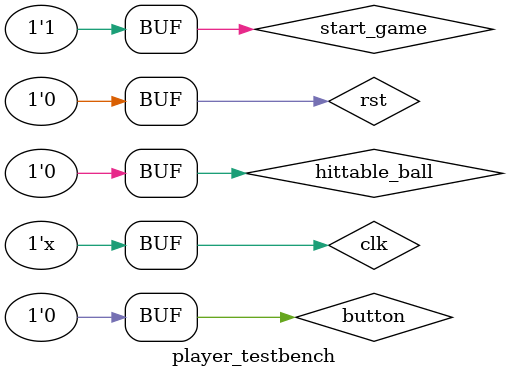
<source format=v>
`timescale 1ns / 1ps


module player_testbench(

    );
    
    wire return;
    wire [1:0] life;
    wire match;
    reg button, hittable_ball, start_game, clk, rst;
    
    player b(return, life, match, button, hittable_ball, start_game, clk, rst);

initial begin
    rst = 1;
    clk = 0;
    button = 0;
    hittable_ball = 0;
    start_game = 1;
    
    #(10) rst = 0;
    
    #(20) hittable_ball = 1;
    #(10) button = 1;
    #(20) button = 0;
    #(50) hittable_ball = 0;
    
    
//    #(5) button = 1;
//    #(20) button = 0;
//    #(5) button = 1;
//    #(20) button = 0;
//    #(5) button = 1;
//    #(20) button = 0;


    #(100) hittable_ball = 1;
    #(50) hittable_ball = 0;
    
    
    #(10) button = 1;
    #(100) button = 0;
end

always begin
    #(10) clk = ~clk;
end
    
endmodule

</source>
